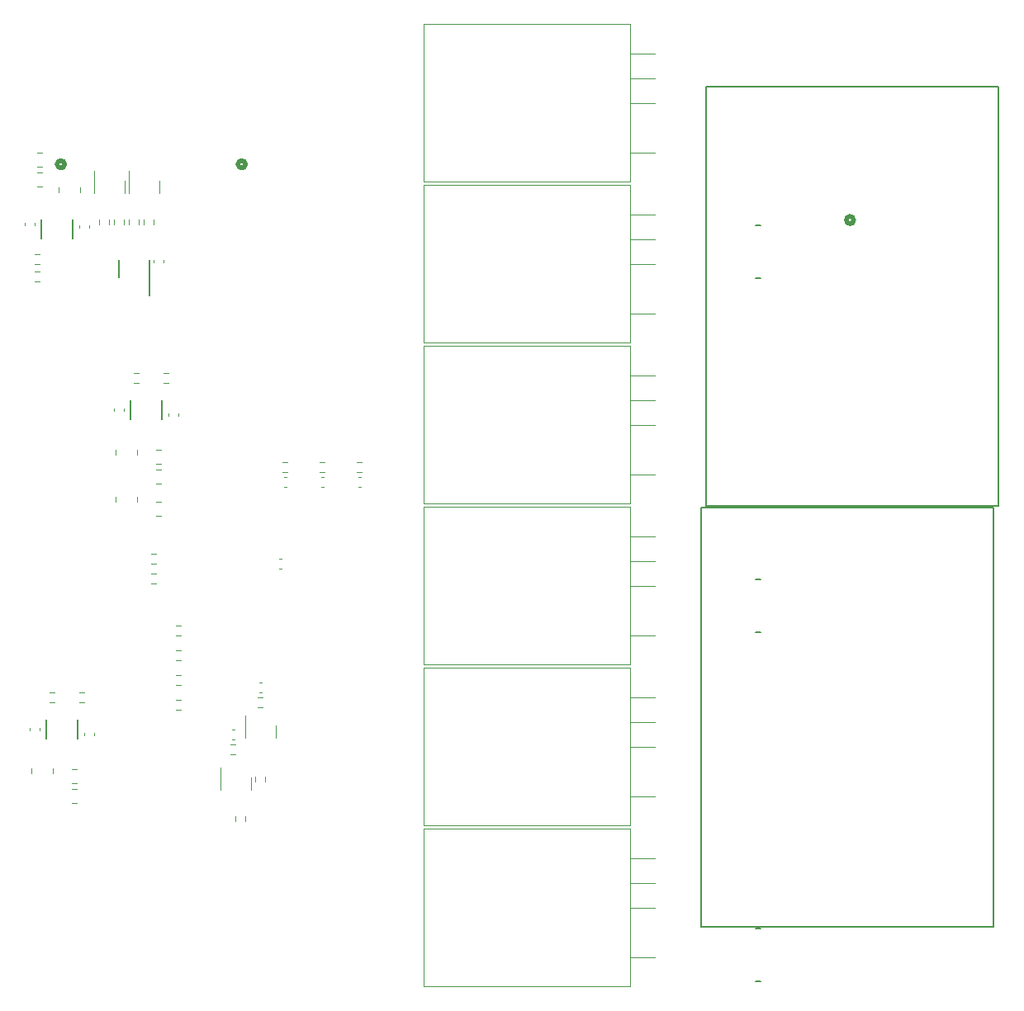
<source format=gbr>
%TF.GenerationSoftware,KiCad,Pcbnew,(6.0.9)*%
%TF.CreationDate,2023-06-11T12:51:52-04:00*%
%TF.ProjectId,HV servo drive v1,48562073-6572-4766-9f20-647269766520,rev?*%
%TF.SameCoordinates,Original*%
%TF.FileFunction,Legend,Bot*%
%TF.FilePolarity,Positive*%
%FSLAX46Y46*%
G04 Gerber Fmt 4.6, Leading zero omitted, Abs format (unit mm)*
G04 Created by KiCad (PCBNEW (6.0.9)) date 2023-06-11 12:51:52*
%MOMM*%
%LPD*%
G01*
G04 APERTURE LIST*
%ADD10C,0.200000*%
%ADD11C,0.120000*%
%ADD12C,0.508000*%
%ADD13C,0.152400*%
G04 APERTURE END LIST*
D10*
%TO.C,C9*%
X204738000Y-101256000D02*
X174738000Y-101256000D01*
X174738000Y-101256000D02*
X174738000Y-58256000D01*
X174738000Y-58256000D02*
X204738000Y-58256000D01*
X204738000Y-58256000D02*
X204738000Y-101256000D01*
%TO.C,C8*%
X174230000Y-101436000D02*
X204230000Y-101436000D01*
X204230000Y-101436000D02*
X204230000Y-144436000D01*
X204230000Y-144436000D02*
X174230000Y-144436000D01*
X174230000Y-144436000D02*
X174230000Y-101436000D01*
D11*
%TO.C,C42*%
X118356748Y-95531000D02*
X118879252Y-95531000D01*
X118356748Y-97001000D02*
X118879252Y-97001000D01*
%TO.C,R9*%
X120887258Y-118603500D02*
X120412742Y-118603500D01*
X120887258Y-119648500D02*
X120412742Y-119648500D01*
%TO.C,R32*%
X129269258Y-121934500D02*
X128794742Y-121934500D01*
X129269258Y-120889500D02*
X128794742Y-120889500D01*
%TO.C,C22*%
X131204580Y-107698000D02*
X130923420Y-107698000D01*
X131204580Y-106678000D02*
X130923420Y-106678000D01*
%TO.C,C38*%
X105408000Y-124032169D02*
X105408000Y-124313329D01*
X106428000Y-124032169D02*
X106428000Y-124313329D01*
%TO.C,R8*%
X120887258Y-117108500D02*
X120412742Y-117108500D01*
X120887258Y-116063500D02*
X120412742Y-116063500D01*
%TO.C,R37*%
X131809258Y-97804500D02*
X131334742Y-97804500D01*
X131809258Y-96759500D02*
X131334742Y-96759500D01*
%TO.C,C37*%
X114044000Y-91299420D02*
X114044000Y-91580580D01*
X115064000Y-91299420D02*
X115064000Y-91580580D01*
%TO.C,R31*%
X128509500Y-129523258D02*
X128509500Y-129048742D01*
X129554500Y-129523258D02*
X129554500Y-129048742D01*
%TO.C,L2*%
X116426000Y-95496748D02*
X116426000Y-96019252D01*
X114206000Y-95496748D02*
X114206000Y-96019252D01*
%TO.C,C46*%
X118356748Y-100865000D02*
X118879252Y-100865000D01*
X118356748Y-102335000D02*
X118879252Y-102335000D01*
%TO.C,R7*%
X120887258Y-114568500D02*
X120412742Y-114568500D01*
X120887258Y-113523500D02*
X120412742Y-113523500D01*
%TO.C,C40*%
X119632000Y-92088580D02*
X119632000Y-91807420D01*
X120652000Y-92088580D02*
X120652000Y-91807420D01*
%TO.C,C45*%
X109720748Y-129733749D02*
X110243252Y-129733749D01*
X109720748Y-128263749D02*
X110243252Y-128263749D01*
D12*
%TO.C,J1*%
X127508000Y-66230500D02*
G75*
G03*
X127508000Y-66230500I-381000J0D01*
G01*
D11*
%TO.C,R24*%
X135619258Y-97804500D02*
X135144742Y-97804500D01*
X135619258Y-96759500D02*
X135144742Y-96759500D01*
D12*
%TO.C,J4*%
X189865901Y-71952150D02*
G75*
G03*
X189865901Y-71952150I-381000J0D01*
G01*
D13*
%TO.C,U8*%
X115722400Y-92417900D02*
X115722400Y-90462100D01*
X118973600Y-90462100D02*
X118973600Y-92417900D01*
D11*
%TO.C,R35*%
X110981258Y-120381500D02*
X110506742Y-120381500D01*
X110981258Y-121426500D02*
X110506742Y-121426500D01*
D13*
%TO.C,U9*%
X110337600Y-123194849D02*
X110337600Y-125150649D01*
X107086400Y-125150649D02*
X107086400Y-123194849D01*
D11*
%TO.C,L3*%
X107790000Y-128229497D02*
X107790000Y-128752001D01*
X105570000Y-128229497D02*
X105570000Y-128752001D01*
%TO.C,R34*%
X116569258Y-88660500D02*
X116094742Y-88660500D01*
X116569258Y-87615500D02*
X116094742Y-87615500D01*
%TO.C,R14*%
X117872742Y-108189500D02*
X118347258Y-108189500D01*
X117872742Y-109234500D02*
X118347258Y-109234500D01*
%TO.C,C27*%
X135522580Y-99316000D02*
X135241420Y-99316000D01*
X135522580Y-98296000D02*
X135241420Y-98296000D01*
%TO.C,C26*%
X126378580Y-125224000D02*
X126097420Y-125224000D01*
X126378580Y-124204000D02*
X126097420Y-124204000D01*
%TO.C,D11*%
X127472000Y-124460000D02*
X127472000Y-125110000D01*
X130592000Y-124460000D02*
X130592000Y-123810000D01*
X130592000Y-124460000D02*
X130592000Y-125110000D01*
X127472000Y-124460000D02*
X127472000Y-122785000D01*
%TO.C,C44*%
X118356748Y-99033000D02*
X118879252Y-99033000D01*
X118356748Y-97563000D02*
X118879252Y-97563000D01*
%TO.C,C39*%
X139332580Y-98296000D02*
X139051420Y-98296000D01*
X139332580Y-99316000D02*
X139051420Y-99316000D01*
%TO.C,C41*%
X112016000Y-124821329D02*
X112016000Y-124540169D01*
X110996000Y-124821329D02*
X110996000Y-124540169D01*
%TO.C,R13*%
X117872742Y-106157500D02*
X118347258Y-106157500D01*
X117872742Y-107202500D02*
X118347258Y-107202500D01*
%TO.C,R36*%
X107933258Y-121426500D02*
X107458742Y-121426500D01*
X107933258Y-120381500D02*
X107458742Y-120381500D01*
%TO.C,R33*%
X119617258Y-87615500D02*
X119142742Y-87615500D01*
X119617258Y-88660500D02*
X119142742Y-88660500D01*
%TO.C,L4*%
X114206000Y-100322748D02*
X114206000Y-100845252D01*
X116426000Y-100322748D02*
X116426000Y-100845252D01*
%TO.C,R16*%
X127522500Y-133587258D02*
X127522500Y-133112742D01*
X126477500Y-133587258D02*
X126477500Y-133112742D01*
%TO.C,C31*%
X129172580Y-120398000D02*
X128891420Y-120398000D01*
X129172580Y-119378000D02*
X128891420Y-119378000D01*
%TO.C,R15*%
X120887258Y-121143500D02*
X120412742Y-121143500D01*
X120887258Y-122188500D02*
X120412742Y-122188500D01*
%TO.C,C43*%
X109720748Y-131765749D02*
X110243252Y-131765749D01*
X109720748Y-130295749D02*
X110243252Y-130295749D01*
%TO.C,R46*%
X139429258Y-97804500D02*
X138954742Y-97804500D01*
X139429258Y-96759500D02*
X138954742Y-96759500D01*
%TO.C,D7*%
X124932000Y-129794000D02*
X124932000Y-130444000D01*
X124932000Y-129794000D02*
X124932000Y-128119000D01*
X128052000Y-129794000D02*
X128052000Y-129144000D01*
X128052000Y-129794000D02*
X128052000Y-130444000D01*
D12*
%TO.C,J2*%
X108966000Y-66230500D02*
G75*
G03*
X108966000Y-66230500I-381000J0D01*
G01*
D11*
%TO.C,C32*%
X131712580Y-99316000D02*
X131431420Y-99316000D01*
X131712580Y-98296000D02*
X131431420Y-98296000D01*
%TO.C,R17*%
X126475258Y-125715500D02*
X126000742Y-125715500D01*
X126475258Y-126760500D02*
X126000742Y-126760500D01*
%TO.C,Q1*%
X166950000Y-101404000D02*
X145760000Y-101404000D01*
X169510000Y-114554000D02*
X166950000Y-114554000D01*
X169510000Y-104394000D02*
X166950000Y-104394000D01*
X145760000Y-117544000D02*
X145760000Y-101404000D01*
X166950000Y-117544000D02*
X145760000Y-117544000D01*
X169510000Y-109474000D02*
X166950000Y-109474000D01*
X169510000Y-106934000D02*
X166950000Y-106934000D01*
X166950000Y-117544000D02*
X166950000Y-101404000D01*
D13*
%TO.C,R63*%
X179847450Y-72453500D02*
X180324550Y-72453500D01*
X180324550Y-77914500D02*
X179847450Y-77914500D01*
D11*
%TO.C,C11*%
X111508000Y-72784580D02*
X111508000Y-72503420D01*
X110488000Y-72784580D02*
X110488000Y-72503420D01*
%TO.C,Q5*%
X166950000Y-150564000D02*
X166950000Y-134424000D01*
X145760000Y-150564000D02*
X145760000Y-134424000D01*
X169510000Y-142494000D02*
X166950000Y-142494000D01*
X169510000Y-139954000D02*
X166950000Y-139954000D01*
X166950000Y-150564000D02*
X145760000Y-150564000D01*
X166950000Y-134424000D02*
X145760000Y-134424000D01*
X169510000Y-147574000D02*
X166950000Y-147574000D01*
X169510000Y-137414000D02*
X166950000Y-137414000D01*
%TO.C,Q2*%
X169510000Y-98044000D02*
X166950000Y-98044000D01*
X145760000Y-101034000D02*
X145760000Y-84894000D01*
X166950000Y-101034000D02*
X166950000Y-84894000D01*
X169510000Y-92964000D02*
X166950000Y-92964000D01*
X169510000Y-90424000D02*
X166950000Y-90424000D01*
X166950000Y-84894000D02*
X145760000Y-84894000D01*
X166950000Y-101034000D02*
X145760000Y-101034000D01*
X169510000Y-87884000D02*
X166950000Y-87884000D01*
D13*
%TO.C,U6*%
X106578400Y-73875900D02*
X106578400Y-71920100D01*
X109829600Y-71920100D02*
X109829600Y-73875900D01*
%TO.C,R61*%
X179847450Y-108775500D02*
X180324550Y-108775500D01*
X180324550Y-114236500D02*
X179847450Y-114236500D01*
D11*
%TO.C,Q4*%
X166950000Y-68014000D02*
X145760000Y-68014000D01*
X169510000Y-59944000D02*
X166950000Y-59944000D01*
X166950000Y-68014000D02*
X166950000Y-51874000D01*
X169510000Y-54864000D02*
X166950000Y-54864000D01*
X166950000Y-51874000D02*
X145760000Y-51874000D01*
X145760000Y-68014000D02*
X145760000Y-51874000D01*
X169510000Y-65024000D02*
X166950000Y-65024000D01*
X169510000Y-57404000D02*
X166950000Y-57404000D01*
%TO.C,C19*%
X106687252Y-68553000D02*
X106164748Y-68553000D01*
X106687252Y-67083000D02*
X106164748Y-67083000D01*
%TO.C,R1*%
X118124500Y-72373258D02*
X118124500Y-71898742D01*
X117079500Y-72373258D02*
X117079500Y-71898742D01*
D10*
%TO.C,U1*%
X117627999Y-79712000D02*
X117627999Y-76061999D01*
X114528001Y-77862001D02*
X114528001Y-76061999D01*
D11*
%TO.C,Q6*%
X145760000Y-134054000D02*
X145760000Y-117914000D01*
X169510000Y-123444000D02*
X166950000Y-123444000D01*
X166950000Y-134054000D02*
X166950000Y-117914000D01*
X166950000Y-134054000D02*
X145760000Y-134054000D01*
X169510000Y-131064000D02*
X166950000Y-131064000D01*
X169510000Y-120904000D02*
X166950000Y-120904000D01*
X166950000Y-117914000D02*
X145760000Y-117914000D01*
X169510000Y-125984000D02*
X166950000Y-125984000D01*
%TO.C,R4*%
X115076500Y-72373258D02*
X115076500Y-71898742D01*
X114031500Y-72373258D02*
X114031500Y-71898742D01*
D13*
%TO.C,R65*%
X179847450Y-144589500D02*
X180324550Y-144589500D01*
X180324550Y-150050500D02*
X179847450Y-150050500D01*
D11*
%TO.C,R5*%
X105934742Y-77201500D02*
X106409258Y-77201500D01*
X105934742Y-78246500D02*
X106409258Y-78246500D01*
%TO.C,C16*%
X106687252Y-66521000D02*
X106164748Y-66521000D01*
X106687252Y-65051000D02*
X106164748Y-65051000D01*
%TO.C,R2*%
X116600500Y-72373258D02*
X116600500Y-71898742D01*
X115555500Y-72373258D02*
X115555500Y-71898742D01*
%TO.C,R3*%
X112507500Y-72373258D02*
X112507500Y-71898742D01*
X113552500Y-72373258D02*
X113552500Y-71898742D01*
%TO.C,R6*%
X106409258Y-76468500D02*
X105934742Y-76468500D01*
X106409258Y-75423500D02*
X105934742Y-75423500D01*
%TO.C,C1*%
X119128000Y-76059420D02*
X119128000Y-76340580D01*
X118108000Y-76059420D02*
X118108000Y-76340580D01*
%TO.C,D2*%
X111978000Y-68580000D02*
X111978000Y-66905000D01*
X115098000Y-68580000D02*
X115098000Y-69230000D01*
X115098000Y-68580000D02*
X115098000Y-67930000D01*
X111978000Y-68580000D02*
X111978000Y-69230000D01*
%TO.C,L1*%
X108364000Y-69095252D02*
X108364000Y-68572748D01*
X110584000Y-69095252D02*
X110584000Y-68572748D01*
%TO.C,Q3*%
X166950000Y-68384000D02*
X145760000Y-68384000D01*
X166950000Y-84524000D02*
X145760000Y-84524000D01*
X169510000Y-76454000D02*
X166950000Y-76454000D01*
X169510000Y-81534000D02*
X166950000Y-81534000D01*
X166950000Y-84524000D02*
X166950000Y-68384000D01*
X169510000Y-71374000D02*
X166950000Y-71374000D01*
X145760000Y-84524000D02*
X145760000Y-68384000D01*
X169510000Y-73914000D02*
X166950000Y-73914000D01*
%TO.C,C13*%
X105920000Y-72249420D02*
X105920000Y-72530580D01*
X104900000Y-72249420D02*
X104900000Y-72530580D01*
%TO.C,D1*%
X118654000Y-68580000D02*
X118654000Y-67930000D01*
X118654000Y-68580000D02*
X118654000Y-69230000D01*
X115534000Y-68580000D02*
X115534000Y-66905000D01*
X115534000Y-68580000D02*
X115534000Y-69230000D01*
%TD*%
M02*

</source>
